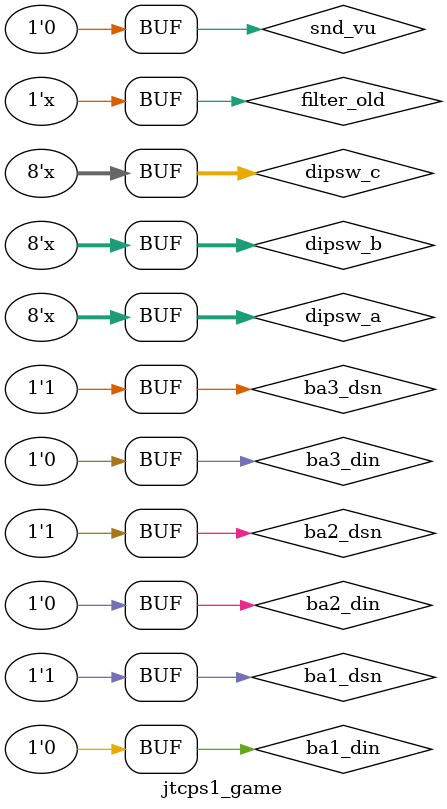
<source format=v>
/*  This file is part of JTCORES1.
    JTCORES1 program is free software: you can redistribute it and/or modify
    it under the terms of the GNU General Public License as published by
    the Free Software Foundation, either version 3 of the License, or
    (at your option) any later version.

    JTCORES1 program is distributed in the hope that it will be useful,
    but WITHOUT ANY WARRANTY; without even the implied warranty of
    MERCHANTABILITY or FITNESS FOR A PARTICULAR PURPOSE.  See the
    GNU General Public License for more details.

    You should have received a copy of the GNU General Public License
    along with JTCORES1.  If not, see <http://www.gnu.org/licenses/>.

    Author: Jose Tejada Gomez. Twitter: @topapate
    Version: 1.0
    Date: 28-1-2020 */

module jtcps1_game(
    `include "jtframe_game_ports.inc" // see $JTFRAME/hdl/inc/jtframe_game_ports.inc
);

wire        clk_gfx, rst_gfx, hold_rst;
wire        snd_cs, adpcm_cs, main_ram_cs, main_vram_cs, main_rom_cs,
            rom0_cs, rom1_cs,
            vram_dma_cs;
wire [ 1:0] joymode;
wire [15:0] snd_addr;
wire [17:0] adpcm_addr;
wire [ 7:0] snd_data, adpcm_data;
wire [17:1] ram_addr;
wire [21:1] main_rom_addr;
wire [15:0] main_ram_data, main_rom_data, main_dout, mmr_dout;
wire        main_rom_ok, main_ram_ok;
wire        ppu1_cs, ppu2_cs, ppu_rstn;
wire [19:0] rom1_addr, rom0_addr;
wire [31:0] rom0_data, rom1_data;
// Video RAM interface
wire [17:1] vram_dma_addr;
wire [15:0] vram_dma_data;
wire        vram_dma_ok, rom0_ok, rom1_ok, snd_ok, adpcm_ok;
wire [15:0] cpu_dout;
wire        cpu_speed;
wire        star_bank, dump_flag;

wire        main_rnw, busreq, busack;
wire [ 7:0] snd_latch0, snd_latch1;
wire [ 7:0] dipsw_a, dipsw_b, dipsw_c;

wire [12:0] star0_addr, star1_addr;
wire [31:0] star0_data, star1_data;
wire        star0_ok,   star1_ok,
            star0_cs,   star1_cs;

wire        vram_clr, vram_rfsh_en;
wire [ 8:0] hdump;
wire [ 8:0] vdump, vrender;

wire        rom0_half, rom1_half;
wire        cfg_we;

// EEPROM
wire        sclk, sdi, sdo, scs;

assign { dipsw_c, dipsw_b, dipsw_a } = dipsw[23:0];

wire [15:0] fave;
wire [ 1:0] dsn;
wire        cen10b;
wire        cpu_cen, cpu_cenb;
wire        charger;
wire        turbo, video_flip, filter_old;
reg         rst_game;

`include "turbo.vh"
assign snd_vu       = 0;
assign filter_old   = dipsw[24];
assign debug_view   = debug_bus[0] ? fave[7:0] : fave[15:8];
    //{ 6'd0, dump_flag, filter_old };
assign ba1_din=0, ba2_din=0, ba3_din=0,
       ba1_dsn=3, ba2_dsn=3, ba3_dsn=3;

assign clk_gfx  = clk;
assign rst_gfx  = rst;

always @(posedge clk) rst_game <= hold_rst | rst48;

localparam REGSIZE=24;

// Turbo speed disables DMA
wire busreq_cpu = busreq & ~turbo;
wire busack_cpu;
assign busack = busack_cpu | turbo;
/* verilator tracing_on */
`ifndef NOMAIN
jtcps1_main u_main(
    .rst        ( rst_game          ),
    .clk        ( clk48             ),
    .cen10      ( cpu_cen           ),
    .cen10b     ( cpu_cenb          ),
    .cpu_cen    (                   ),
    .turbo      ( turbo             ),
    .joymode    ( joymode           ),
    // Timing
    .V          ( vdump             ),
    .LVBL       ( LVBL              ),
    .LHBL       ( LHBL              ),
    // PPU
    .ppu1_cs    ( ppu1_cs           ),
    .ppu2_cs    ( ppu2_cs           ),
    .ppu_rstn   ( ppu_rstn          ),
    .mmr_dout   ( mmr_dout          ),
    // Sound
    .snd_latch0 ( snd_latch0        ),
    .snd_latch1 ( snd_latch1        ),
    .UDSWn      ( dsn[1]            ),
    .LDSWn      ( dsn[0]            ),
    // cabinet I/O
    // Cabinet input
    .charger     ( charger          ),
    .cab_1p      ( cab_1p[1:0]      ),
    .coin        ( coin[1:0]        ),
    .joystick1   ( joystick1        ),
    .joystick2   ( joystick2        ),
    .dial_x      ( dial_x           ),
    .dial_y      ( dial_y           ),
    .service     ( service          ),
    .tilt        ( 1'b1             ),
    // BUS sharing
    .busreq      ( busreq_cpu       ),
    .busack      ( busack_cpu       ),
    .RnW         ( main_rnw         ),
    // RAM/VRAM access
    .addr        ( ram_addr         ),
    .cpu_dout    ( main_dout        ),
    .ram_cs      ( main_ram_cs      ),
    .vram_cs     ( main_vram_cs     ),
    .ram_data    ( main_ram_data    ),
    .ram_ok      ( main_ram_ok      ),
    // ROM access
    .rom_cs      ( main_rom_cs      ),
    .rom_addr    ( main_rom_addr    ),
    .rom_data    ( main_rom_data    ),
    .rom_ok      ( main_rom_ok      ),
    // DIP switches
    .dip_pause   ( dip_pause        ),
    .dip_test    ( dip_test         ),
    .dipsw_a     ( dipsw_a          ),
    .dipsw_b     ( dipsw_b          ),
    .dipsw_c     ( dipsw_c          ),
    .fave        ( fave             )
);
`else
assign ram_addr      = 0;
assign main_ram_cs   = 0;
assign main_vram_cs  = 0;
assign main_rom_cs   = 0;
assign main_rom_addr = 0;
assign main_dout     = 0;
assign dsn           = 2'b11;
assign main_rnw      = 1'b1;
assign busack_cpu    = 1;
assign ppu1_cs       = 0;
assign ppu2_cs       = 0;
assign ppu_rstn      = 1;
`endif

reg rst_video;

always @(posedge clk_gfx) begin
    rst_video <= rst_gfx;
end

assign dip_flip = video_flip;
/* verilator tracing_off */
jtcps1_video #(REGSIZE) u_video(
    .rst            ( rst_video     ),
    .clk            ( clk_gfx       ),
    .clk_cpu        ( clk48         ),
    .pxl2_cen       ( pxl2_cen      ),
    .pxl_cen        ( pxl_cen       ),

    .hdump          ( hdump         ),
    .vdump          ( vdump         ),
    .vrender        ( vrender       ),
    .gfx_en         ( gfx_en        ),
    .cpu_speed      ( cpu_speed     ),
    .charger        ( charger       ),
    .kabuki_en      (               ),
    .raster         (               ),
    .watch          (               ),
    .watch_vram_cs  (               ),
    .star_bank      ( star_bank     ),

    // CPU interface
    .ppu_rstn       ( ppu_rstn      ),
    .ppu1_cs        ( ppu1_cs       ),
    .ppu2_cs        ( ppu2_cs       ),
    .addr           ( ram_addr[12:1]),
    .dsn            ( dsn           ),      // data select, active low
    .cpu_dout       ( main_dout     ),
    .mmr_dout       ( mmr_dout      ),
    // BUS sharing
    .busreq         ( busreq        ),
    .busack         ( busack        ),

    // Video signal
    .HS             ( HS            ),
    .VS             ( VS            ),
    .LHBL           ( LHBL          ),
    .LVBL           ( LVBL          ),
    .red            ( red           ),
    .green          ( green         ),
    .blue           ( blue          ),
    .flip           ( video_flip    ),

    // CPS-B Registers
    .cfg_we         ( cfg_we        ),
    .cfg_data       ( prog_data[7:0]),

    // EEPROM
    .sclk           ( sclk          ),
    .sdi            ( sdi           ),
    .sdo            ( sdo           ),
    .scs            ( scs           ),

    // Extra inputs read through the C-Board
    .cab_1p   ( cab_1p  ),
    .coin     ( coin    ),
    .joystick1      ( joystick1     ),
    .joystick2      ( joystick2     ),
    .joystick3      ( joystick3     ),
    .joystick4      ( joystick4     ),

    // Video RAM interface
    .vram_dma_addr  ( vram_dma_addr ),
    .vram_dma_data  ( vram_dma_data ),
    .vram_dma_ok    ( vram_dma_ok   ),
    .vram_dma_cs    ( vram_dma_cs   ),
    .vram_dma_clr   ( vram_clr      ),
    .vram_rfsh_en   ( vram_rfsh_en  ),

    // GFX ROM interface
    .rom1_addr      ( rom1_addr     ),
    .rom1_half      ( rom1_half     ),
    .rom1_data      ( rom1_data     ),
    .rom1_cs        ( rom1_cs       ),
    .rom1_ok        ( rom1_ok       ),
    .rom0_addr      ( rom0_addr     ),
    .rom0_bank      (               ),
    .rom0_half      ( rom0_half     ),
    .rom0_data      ( rom0_data     ),
    .rom0_cs        ( rom0_cs       ),
    .rom0_ok        ( rom0_ok       ),

    .star0_addr     ( star0_addr    ),
    .star0_data     ( star0_data    ),
    .star0_ok       ( star0_ok      ),
    .star0_cs       ( star0_cs      ),

    .star1_addr     ( star1_addr    ),
    .star1_data     ( star1_data    ),
    .star1_ok       ( star1_ok      ),
    .star1_cs       ( star1_cs      ),
    .debug_bus      ( debug_bus     )
);

`ifndef NOSOUND
`ifdef FAKE_LATCH
integer snd_frame_cnt=0;
reg [7:0] fake_latch0 = 8'h0, fake_latch1 = 8'h0;
assign snd_latch1 = fake_latch1;
assign snd_latch0 = fake_latch0;
localparam FAKE0=20;
localparam FAKE1=1000;
always @(negedge LVBL) begin
    snd_frame_cnt <= snd_frame_cnt+1;
    case( snd_frame_cnt )
        /* ffight
        FAKE0: fake_latch <= 8'hf0;
        FAKE0+5+2: fake_latch <= 8'hf7;
        FAKE0+5+4: fake_latch <= 8'hf2;
        FAKE0+5+6: fake_latch <= 8'h55;
        default: fake_latch <= 8'hff;
        */
        // Nemo
        //FAKE0: fake_latch <= 8'h2;
        //FAKE0+1: fake_latch <= 8'h2;
        //FAKE0+2: fake_latch <= 8'h0;
        // KOD
        FAKE0: fake_latch0 <= 8'h6;
        // Magic Sword
        //FAKE0: fake_latch <= 8'h1e;
        //FAKE1: fake_latch <= 8'h0;
        //FAKE1+1: fake_latch <= 8'h4;
        //FAKE1+2: fake_latch <= 8'h0;
        // SF2, Chun Li
        // FAKE0: begin
        //     fake_latch1 <= 8'h00;
        //     fake_latch0 <= 8'hf0;
        // end

        // FAKE0+10: begin
        //     fake_latch1 <= 8'h00;
        //     fake_latch0 <= 8'hff;
        // end
        // FAKE0+11: begin
        //     fake_latch1 <= 8'h00;
        //     fake_latch0 <= 8'hf7;
        // end
        // FAKE0+12: begin
        //     fake_latch1 <= 8'h00;
        //     fake_latch0 <= 8'hff;
        // end
        // FAKE0+13: begin
        //     fake_latch1 <= 8'h00;
        //     fake_latch0 <= 8'h06;
        // end
        // FAKE0+14: begin
        //     fake_latch1 <= 8'h00;
        //     fake_latch0 <= 8'hff;
        // end

        //default: fake_latch <= 8'hff;
    endcase
end
`endif

reg [3:0] rst_snd;
always @(posedge clk) begin
    rst_snd <= { rst_snd[2:0], rst_game };
end
/* verilator tracing_off */
jtcps1_sound u_sound(
    .rst            ( rst_snd[3]    ),
    .clk            ( clk48         ),

    .filter_old     ( filter_old    ),
    .dip_fxlevel    ( dip_fxlevel   ),
    // Interface with main CPU
    .snd_latch0     ( snd_latch0    ),
    .snd_latch1     ( snd_latch1    ),

    // ROM
    .rom_addr       ( snd_addr      ),
    .rom_cs         ( snd_cs        ),
    .rom_data       ( snd_data      ),
    .rom_ok         ( snd_ok        ),

    // ADPCM ROM
    .adpcm_addr     ( adpcm_addr    ),
    .adpcm_cs       ( adpcm_cs      ),
    .adpcm_data     ( adpcm_data    ),
    .adpcm_ok       ( adpcm_ok      ),

    // Sound output
    .left           ( snd_left      ),
    .right          ( snd_right     ),
    .sample         ( sample        ),
    .peak           ( snd_peak      ),
    .debug_bus      ( debug_bus     )
);
`else
assign snd_addr   = 0;
assign snd_cs     = 0;
assign snd_left   = 0;
assign snd_right  = 0;
assign adpcm_addr = 0;
assign adpcm_cs   = 0;
assign sample     = 0;
`endif

reg rst_sdram;
always @(posedge clk) rst_sdram <= rst;

wire nc0, nc1, nc2, nc3;
/* verilator tracing_on */
jtcps1_sdram #(.REGSIZE(REGSIZE)) u_sdram (
    .rst         ( rst_sdram     ),
    .clk         ( clk           ),
    .clk_gfx     ( clk_gfx       ),
    .clk_cpu     ( clk48         ),
    .LVBL        ( LVBL          ),
    .star_bank   ( star_bank     ),
    .hold_rst    ( hold_rst      ),

    .ioctl_rom   ( ioctl_rom     ),
    .dwnld_busy  ( dwnld_busy    ),
    .cfg_we      ( cfg_we        ),

    // ROM LOAD
    .ioctl_addr  ( ioctl_addr    ),
    .ioctl_dout  ( ioctl_dout    ),
    .ioctl_din   ( ioctl_din     ),
    .ioctl_wr    ( ioctl_wr      ),
    .ioctl_ram   ( ioctl_ram     ),
    /*verilator lint_off width*/
    .prog_addr   ( prog_addr     ),
    /*verilator lint_on width*/
    .prog_data   ( prog_data     ),
    .prog_mask   ( prog_mask     ),
    .prog_ba     ( prog_ba       ),
    .prog_we     ( prog_we       ),
    .prog_rd     ( prog_rd       ),
    .prog_rdy    ( prog_rdy      ),
    // Unused QSound ports
    .prog_qsnd   (               ),
    .kabuki_we   (               ),
    // Unused CPS2 ports
    .cps2_key_we (               ),
    .cps2_joymode( joymode       ),
    .rom0_bank   (               ),

    // EEPROM
    .sclk           ( sclk          ),
    .sdi            ( sdi           ),
    .sdo            ( sdo           ),
    .scs            ( scs           ),

    // Main CPU
    .main_rom_cs    ( main_rom_cs   ),
    .main_rom_ok    ( main_rom_ok   ),
    .main_rom_addr  ( main_rom_addr ),
    .main_rom_data  ( main_rom_data ),

    // VRAM
    .vram_clr       ( vram_clr      ),
    .vram_dma_cs    ( vram_dma_cs   ),
    .main_ram_cs    ( main_ram_cs   ),
    .main_vram_cs   ( main_vram_cs  ),
    .vram_rfsh_en   ( vram_rfsh_en  ),

    // Object RAM (CPS2)
    .main_oram_cs   ( 1'b0          ),

    .dsn            ( dsn           ),
    .main_dout      ( main_dout     ),
    .main_rnw       ( main_rnw      ),

    .main_ram_ok    ( main_ram_ok   ),
    .vram_dma_ok    ( vram_dma_ok   ),

    .main_ram_addr  ( ram_addr      ),
    .vram_dma_addr  ( vram_dma_addr ),

    .main_ram_data  ( main_ram_data ),
    .vram_dma_data  ( vram_dma_data ),

    // Sound CPU and PCM
    .snd_cs      ( snd_cs        ),
    .pcm_cs      ( adpcm_cs      ),

    .snd_ok      ( snd_ok        ),
    .pcm_ok      ( adpcm_ok      ),

    .snd_addr    ( snd_addr      ),
    .pcm_addr    ( adpcm_addr    ),

    .snd_data    ( snd_data      ),
    .pcm_data    ( adpcm_data    ),

    // Graphics
    .rom0_cs     ( rom0_cs       ),
    .rom1_cs     ( rom1_cs       ),

    .rom0_ok     ( rom0_ok       ),
    .rom1_ok     ( rom1_ok       ),

    .rom0_addr   ( rom0_addr     ),
    .rom1_addr   ( rom1_addr     ),

    .rom0_half   ( rom0_half     ),
    .rom1_half   ( rom1_half     ),

    .rom0_data   ( rom0_data     ),
    .rom1_data   ( rom1_data     ),

    .star0_addr  ( star0_addr    ),
    .star0_data  ( star0_data    ),
    .star0_ok    ( star0_ok      ),
    .star0_cs    ( star0_cs      ),

    .star1_addr  ( star1_addr    ),
    .star1_data  ( star1_data    ),
    .star1_ok    ( star1_ok      ),
    .star1_cs    ( star1_cs      ),

    // Bank 0: allows R/W
    /*verilator lint_off width*/
    .ba0_addr    ({nc0,ba0_addr} ),
    .ba1_addr    ({nc1,ba1_addr} ),
    .ba2_addr    ({nc2,ba2_addr} ),
    .ba3_addr    ({nc3,ba3_addr} ),
    /*verilator lint_on width*/
    .ba_rd       ( ba_rd         ),
    .ba_wr       ( ba_wr         ),
    .ba_ack      ( ba_ack        ),
    .ba_dst      ( ba_dst        ),
    .ba_dok      ( ba_dok        ),
    .ba_rdy      ( ba_rdy        ),
    .ba0_din     ( ba0_din       ),
    .ba0_dsn     ( ba0_dsn       ),

    .data_read   ( data_read     ),
    .dump_flag   ( dump_flag     )
);

endmodule

</source>
